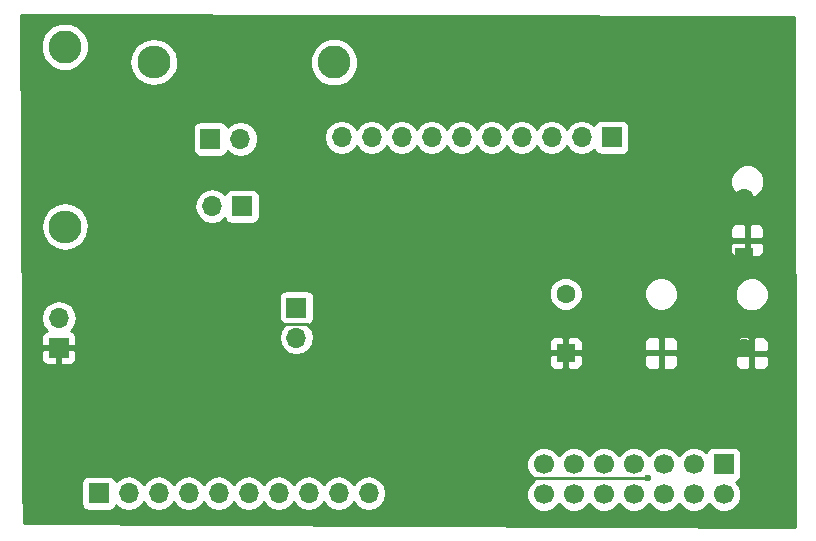
<source format=gbr>
G04 #@! TF.FileFunction,Copper,L2,Bot,Signal*
%FSLAX46Y46*%
G04 Gerber Fmt 4.6, Leading zero omitted, Abs format (unit mm)*
G04 Created by KiCad (PCBNEW 4.0.6) date 01/04/18 12:36:32*
%MOMM*%
%LPD*%
G01*
G04 APERTURE LIST*
%ADD10C,0.100000*%
%ADD11R,1.700000X1.700000*%
%ADD12C,1.700000*%
%ADD13R,1.600000X1.600000*%
%ADD14C,1.600000*%
%ADD15O,1.700000X1.700000*%
%ADD16C,2.800000*%
%ADD17O,2.800000X2.800000*%
%ADD18C,0.600000*%
%ADD19C,0.250000*%
%ADD20C,0.254000*%
G04 APERTURE END LIST*
D10*
D11*
X155671520Y-140172440D03*
D12*
X155671520Y-142712440D03*
X153131520Y-140172440D03*
X153131520Y-142712440D03*
X150591520Y-140172440D03*
X150591520Y-142712440D03*
X148051520Y-140172440D03*
X148051520Y-142712440D03*
X145511520Y-140172440D03*
X145511520Y-142712440D03*
X142971520Y-140172440D03*
X142971520Y-142712440D03*
X140431520Y-140172440D03*
X140431520Y-142712440D03*
D13*
X156860240Y-110354120D03*
D14*
X156860240Y-105354120D03*
D13*
X157363160Y-122637560D03*
D14*
X157363160Y-117637560D03*
D13*
X157363160Y-135302000D03*
D14*
X157363160Y-130302000D03*
D13*
X142290800Y-130730000D03*
D14*
X142290800Y-125730000D03*
D11*
X99380040Y-130302000D03*
D15*
X99380040Y-127762000D03*
D11*
X102758240Y-142610840D03*
D15*
X105298240Y-142610840D03*
X107838240Y-142610840D03*
X110378240Y-142610840D03*
X112918240Y-142610840D03*
X115458240Y-142610840D03*
X117998240Y-142610840D03*
X120538240Y-142610840D03*
X123078240Y-142610840D03*
X125618240Y-142610840D03*
D11*
X146177000Y-112481360D03*
D15*
X143637000Y-112481360D03*
X141097000Y-112481360D03*
X138557000Y-112481360D03*
X136017000Y-112481360D03*
X133477000Y-112481360D03*
X130937000Y-112481360D03*
X128397000Y-112481360D03*
X125857000Y-112481360D03*
X123317000Y-112481360D03*
D11*
X112212120Y-112613440D03*
D15*
X114752120Y-112613440D03*
D11*
X119496840Y-126898400D03*
D15*
X119496840Y-129438400D03*
D11*
X114884200Y-118308120D03*
D15*
X112344200Y-118308120D03*
D16*
X122676920Y-106121200D03*
D17*
X107436920Y-106121200D03*
D16*
X99888040Y-104790240D03*
D17*
X99888040Y-120030240D03*
D18*
X121798080Y-132339080D03*
X110398560Y-130393440D03*
X133629400Y-130291840D03*
X123647200Y-130489960D03*
X152303480Y-126182120D03*
X152384760Y-135884920D03*
X114884200Y-115285520D03*
X125074680Y-110093760D03*
X132948680Y-135448040D03*
X112450898Y-135544578D03*
X149270720Y-141356080D03*
X133964680Y-140578840D03*
X118538021Y-134621301D03*
X135681720Y-134921300D03*
X125318520Y-132913120D03*
X124714000Y-123383040D03*
X131099560Y-126791720D03*
X121640600Y-126857760D03*
X134757160Y-119923560D03*
X121345960Y-116459000D03*
X113284000Y-121853960D03*
X108188760Y-121437400D03*
X151236680Y-120167400D03*
X135397240Y-126761240D03*
X141147800Y-119339360D03*
X122417840Y-128351280D03*
D19*
X115067080Y-130393440D02*
X117012720Y-132339080D01*
X117012720Y-132339080D02*
X121798080Y-132339080D01*
X110398560Y-130393440D02*
X115067080Y-130393440D01*
X123647200Y-130489960D02*
X133431280Y-130489960D01*
X133431280Y-130489960D02*
X133629400Y-130291840D01*
X152384760Y-135884920D02*
X152384760Y-126263400D01*
X152384760Y-126263400D02*
X152303480Y-126182120D01*
X118364000Y-110093760D02*
X118364000Y-111805720D01*
X118364000Y-111805720D02*
X115927121Y-114242599D01*
X115927121Y-114242599D02*
X114884200Y-115285520D01*
X125074680Y-110093760D02*
X118364000Y-110093760D01*
X112450898Y-135544578D02*
X132852142Y-135544578D01*
X132852142Y-135544578D02*
X132948680Y-135448040D01*
X138816359Y-140878839D02*
X139284961Y-141347441D01*
X139284961Y-141347441D02*
X149262081Y-141347441D01*
X149262081Y-141347441D02*
X149270720Y-141356080D01*
X133964680Y-140578840D02*
X134264679Y-140878839D01*
X134264679Y-140878839D02*
X138816359Y-140878839D01*
X135681720Y-134921300D02*
X135381721Y-134621301D01*
X135381721Y-134621301D02*
X118538021Y-134621301D01*
X120374159Y-128263399D02*
X125023880Y-132913120D01*
X125023880Y-132913120D02*
X125318520Y-132913120D01*
X116773960Y-126634240D02*
X118403119Y-128263399D01*
X118403119Y-128263399D02*
X120374159Y-128263399D01*
X116773960Y-124668280D02*
X116773960Y-126634240D01*
X118059200Y-123383040D02*
X116773960Y-124668280D01*
X124714000Y-123383040D02*
X118059200Y-123383040D01*
X121640600Y-126857760D02*
X131033520Y-126857760D01*
X131033520Y-126857760D02*
X131099560Y-126791720D01*
X121345960Y-116459000D02*
X124810520Y-119923560D01*
X124810520Y-119923560D02*
X134757160Y-119923560D01*
X108645960Y-121894600D02*
X113243360Y-121894600D01*
X113243360Y-121894600D02*
X113284000Y-121853960D01*
X108188760Y-121437400D02*
X108645960Y-121894600D01*
X149468840Y-122011440D02*
X151236680Y-120243600D01*
X151236680Y-120243600D02*
X151236680Y-120167400D01*
X140147040Y-122011440D02*
X149468840Y-122011440D01*
X135397240Y-126761240D02*
X140147040Y-122011440D01*
X132201920Y-128351280D02*
X141147800Y-119405400D01*
X141147800Y-119405400D02*
X141147800Y-119339360D01*
X122417840Y-128351280D02*
X132201920Y-128351280D01*
D20*
G36*
X161650976Y-102249918D02*
X161751981Y-145434707D01*
X96407451Y-145121207D01*
X96389322Y-141760840D01*
X101260800Y-141760840D01*
X101260800Y-143460840D01*
X101305078Y-143696157D01*
X101444150Y-143912281D01*
X101656350Y-144057271D01*
X101908240Y-144108280D01*
X103608240Y-144108280D01*
X103843557Y-144064002D01*
X104059681Y-143924930D01*
X104204671Y-143712730D01*
X104218326Y-143645299D01*
X104248186Y-143689987D01*
X104729955Y-144011894D01*
X105298240Y-144124933D01*
X105866525Y-144011894D01*
X106348294Y-143689987D01*
X106568240Y-143360814D01*
X106788186Y-143689987D01*
X107269955Y-144011894D01*
X107838240Y-144124933D01*
X108406525Y-144011894D01*
X108888294Y-143689987D01*
X109108240Y-143360814D01*
X109328186Y-143689987D01*
X109809955Y-144011894D01*
X110378240Y-144124933D01*
X110946525Y-144011894D01*
X111428294Y-143689987D01*
X111648240Y-143360814D01*
X111868186Y-143689987D01*
X112349955Y-144011894D01*
X112918240Y-144124933D01*
X113486525Y-144011894D01*
X113968294Y-143689987D01*
X114188240Y-143360814D01*
X114408186Y-143689987D01*
X114889955Y-144011894D01*
X115458240Y-144124933D01*
X116026525Y-144011894D01*
X116508294Y-143689987D01*
X116728240Y-143360814D01*
X116948186Y-143689987D01*
X117429955Y-144011894D01*
X117998240Y-144124933D01*
X118566525Y-144011894D01*
X119048294Y-143689987D01*
X119268240Y-143360814D01*
X119488186Y-143689987D01*
X119969955Y-144011894D01*
X120538240Y-144124933D01*
X121106525Y-144011894D01*
X121588294Y-143689987D01*
X121808240Y-143360814D01*
X122028186Y-143689987D01*
X122509955Y-144011894D01*
X123078240Y-144124933D01*
X123646525Y-144011894D01*
X124128294Y-143689987D01*
X124348240Y-143360814D01*
X124568186Y-143689987D01*
X125049955Y-144011894D01*
X125618240Y-144124933D01*
X126186525Y-144011894D01*
X126668294Y-143689987D01*
X126990201Y-143208218D01*
X127103240Y-142639933D01*
X127103240Y-142581747D01*
X126990201Y-142013462D01*
X126668294Y-141531693D01*
X126186525Y-141209786D01*
X125618240Y-141096747D01*
X125049955Y-141209786D01*
X124568186Y-141531693D01*
X124348240Y-141860866D01*
X124128294Y-141531693D01*
X123646525Y-141209786D01*
X123078240Y-141096747D01*
X122509955Y-141209786D01*
X122028186Y-141531693D01*
X121808240Y-141860866D01*
X121588294Y-141531693D01*
X121106525Y-141209786D01*
X120538240Y-141096747D01*
X119969955Y-141209786D01*
X119488186Y-141531693D01*
X119268240Y-141860866D01*
X119048294Y-141531693D01*
X118566525Y-141209786D01*
X117998240Y-141096747D01*
X117429955Y-141209786D01*
X116948186Y-141531693D01*
X116728240Y-141860866D01*
X116508294Y-141531693D01*
X116026525Y-141209786D01*
X115458240Y-141096747D01*
X114889955Y-141209786D01*
X114408186Y-141531693D01*
X114188240Y-141860866D01*
X113968294Y-141531693D01*
X113486525Y-141209786D01*
X112918240Y-141096747D01*
X112349955Y-141209786D01*
X111868186Y-141531693D01*
X111648240Y-141860866D01*
X111428294Y-141531693D01*
X110946525Y-141209786D01*
X110378240Y-141096747D01*
X109809955Y-141209786D01*
X109328186Y-141531693D01*
X109108240Y-141860866D01*
X108888294Y-141531693D01*
X108406525Y-141209786D01*
X107838240Y-141096747D01*
X107269955Y-141209786D01*
X106788186Y-141531693D01*
X106568240Y-141860866D01*
X106348294Y-141531693D01*
X105866525Y-141209786D01*
X105298240Y-141096747D01*
X104729955Y-141209786D01*
X104248186Y-141531693D01*
X104220390Y-141573292D01*
X104211402Y-141525523D01*
X104072330Y-141309399D01*
X103860130Y-141164409D01*
X103608240Y-141113400D01*
X101908240Y-141113400D01*
X101672923Y-141157678D01*
X101456799Y-141296750D01*
X101311809Y-141508950D01*
X101260800Y-141760840D01*
X96389322Y-141760840D01*
X96382339Y-140466529D01*
X138946263Y-140466529D01*
X139171864Y-141012526D01*
X139589237Y-141430628D01*
X139617077Y-141442188D01*
X139591434Y-141452784D01*
X139173332Y-141870157D01*
X138946778Y-142415759D01*
X138946263Y-143006529D01*
X139171864Y-143552526D01*
X139589237Y-143970628D01*
X140134839Y-144197182D01*
X140725609Y-144197697D01*
X141271606Y-143972096D01*
X141689708Y-143554723D01*
X141701268Y-143526883D01*
X141711864Y-143552526D01*
X142129237Y-143970628D01*
X142674839Y-144197182D01*
X143265609Y-144197697D01*
X143811606Y-143972096D01*
X144229708Y-143554723D01*
X144241268Y-143526883D01*
X144251864Y-143552526D01*
X144669237Y-143970628D01*
X145214839Y-144197182D01*
X145805609Y-144197697D01*
X146351606Y-143972096D01*
X146769708Y-143554723D01*
X146781268Y-143526883D01*
X146791864Y-143552526D01*
X147209237Y-143970628D01*
X147754839Y-144197182D01*
X148345609Y-144197697D01*
X148891606Y-143972096D01*
X149309708Y-143554723D01*
X149321268Y-143526883D01*
X149331864Y-143552526D01*
X149749237Y-143970628D01*
X150294839Y-144197182D01*
X150885609Y-144197697D01*
X151431606Y-143972096D01*
X151849708Y-143554723D01*
X151861268Y-143526883D01*
X151871864Y-143552526D01*
X152289237Y-143970628D01*
X152834839Y-144197182D01*
X153425609Y-144197697D01*
X153971606Y-143972096D01*
X154389708Y-143554723D01*
X154401268Y-143526883D01*
X154411864Y-143552526D01*
X154829237Y-143970628D01*
X155374839Y-144197182D01*
X155965609Y-144197697D01*
X156511606Y-143972096D01*
X156929708Y-143554723D01*
X157156262Y-143009121D01*
X157156777Y-142418351D01*
X156931176Y-141872354D01*
X156696237Y-141637005D01*
X156756837Y-141625602D01*
X156972961Y-141486530D01*
X157117951Y-141274330D01*
X157168960Y-141022440D01*
X157168960Y-139322440D01*
X157124682Y-139087123D01*
X156985610Y-138870999D01*
X156773410Y-138726009D01*
X156521520Y-138675000D01*
X154821520Y-138675000D01*
X154586203Y-138719278D01*
X154370079Y-138858350D01*
X154225089Y-139070550D01*
X154209024Y-139149883D01*
X153973803Y-138914252D01*
X153428201Y-138687698D01*
X152837431Y-138687183D01*
X152291434Y-138912784D01*
X151873332Y-139330157D01*
X151861772Y-139357997D01*
X151851176Y-139332354D01*
X151433803Y-138914252D01*
X150888201Y-138687698D01*
X150297431Y-138687183D01*
X149751434Y-138912784D01*
X149333332Y-139330157D01*
X149321772Y-139357997D01*
X149311176Y-139332354D01*
X148893803Y-138914252D01*
X148348201Y-138687698D01*
X147757431Y-138687183D01*
X147211434Y-138912784D01*
X146793332Y-139330157D01*
X146781772Y-139357997D01*
X146771176Y-139332354D01*
X146353803Y-138914252D01*
X145808201Y-138687698D01*
X145217431Y-138687183D01*
X144671434Y-138912784D01*
X144253332Y-139330157D01*
X144241772Y-139357997D01*
X144231176Y-139332354D01*
X143813803Y-138914252D01*
X143268201Y-138687698D01*
X142677431Y-138687183D01*
X142131434Y-138912784D01*
X141713332Y-139330157D01*
X141701772Y-139357997D01*
X141691176Y-139332354D01*
X141273803Y-138914252D01*
X140728201Y-138687698D01*
X140137431Y-138687183D01*
X139591434Y-138912784D01*
X139173332Y-139330157D01*
X138946778Y-139875759D01*
X138946263Y-140466529D01*
X96382339Y-140466529D01*
X96329041Y-130587750D01*
X97895040Y-130587750D01*
X97895040Y-131278310D01*
X97991713Y-131511699D01*
X98170342Y-131690327D01*
X98403731Y-131787000D01*
X99094290Y-131787000D01*
X99253040Y-131628250D01*
X99253040Y-130429000D01*
X99507040Y-130429000D01*
X99507040Y-131628250D01*
X99665790Y-131787000D01*
X100356349Y-131787000D01*
X100589738Y-131690327D01*
X100768367Y-131511699D01*
X100865040Y-131278310D01*
X100865040Y-131015750D01*
X140855800Y-131015750D01*
X140855800Y-131656309D01*
X140952473Y-131889698D01*
X141131101Y-132068327D01*
X141364490Y-132165000D01*
X142005050Y-132165000D01*
X142163800Y-132006250D01*
X142163800Y-130857000D01*
X142417800Y-130857000D01*
X142417800Y-132006250D01*
X142576550Y-132165000D01*
X143217110Y-132165000D01*
X143450499Y-132068327D01*
X143629127Y-131889698D01*
X143725800Y-131656309D01*
X143725800Y-131015750D01*
X148938080Y-131015750D01*
X148938080Y-131656309D01*
X149034753Y-131889698D01*
X149213381Y-132068327D01*
X149446770Y-132165000D01*
X150087330Y-132165000D01*
X150246080Y-132006250D01*
X150246080Y-130857000D01*
X150500080Y-130857000D01*
X150500080Y-132006250D01*
X150658830Y-132165000D01*
X151299390Y-132165000D01*
X151532779Y-132068327D01*
X151711407Y-131889698D01*
X151808080Y-131656309D01*
X151808080Y-131050030D01*
X156624120Y-131050030D01*
X156624120Y-131690589D01*
X156720793Y-131923978D01*
X156899421Y-132102607D01*
X157132810Y-132199280D01*
X157773370Y-132199280D01*
X157932120Y-132040530D01*
X157932120Y-130891280D01*
X158186120Y-130891280D01*
X158186120Y-132040530D01*
X158344870Y-132199280D01*
X158985430Y-132199280D01*
X159218819Y-132102607D01*
X159397447Y-131923978D01*
X159494120Y-131690589D01*
X159494120Y-131050030D01*
X159335370Y-130891280D01*
X158186120Y-130891280D01*
X157932120Y-130891280D01*
X156782870Y-130891280D01*
X156624120Y-131050030D01*
X151808080Y-131050030D01*
X151808080Y-131015750D01*
X151649330Y-130857000D01*
X150500080Y-130857000D01*
X150246080Y-130857000D01*
X149096830Y-130857000D01*
X148938080Y-131015750D01*
X143725800Y-131015750D01*
X143567050Y-130857000D01*
X142417800Y-130857000D01*
X142163800Y-130857000D01*
X141014550Y-130857000D01*
X140855800Y-131015750D01*
X100865040Y-131015750D01*
X100865040Y-130587750D01*
X100706290Y-130429000D01*
X99507040Y-130429000D01*
X99253040Y-130429000D01*
X98053790Y-130429000D01*
X97895040Y-130587750D01*
X96329041Y-130587750D01*
X96313795Y-127762000D01*
X97865947Y-127762000D01*
X97978986Y-128330285D01*
X98300893Y-128812054D01*
X98344817Y-128841403D01*
X98170342Y-128913673D01*
X97991713Y-129092301D01*
X97895040Y-129325690D01*
X97895040Y-130016250D01*
X98053790Y-130175000D01*
X99253040Y-130175000D01*
X99253040Y-130155000D01*
X99507040Y-130155000D01*
X99507040Y-130175000D01*
X100706290Y-130175000D01*
X100865040Y-130016250D01*
X100865040Y-129438400D01*
X117982747Y-129438400D01*
X118095786Y-130006685D01*
X118417693Y-130488454D01*
X118899462Y-130810361D01*
X119467747Y-130923400D01*
X119525933Y-130923400D01*
X120094218Y-130810361D01*
X120575987Y-130488454D01*
X120897894Y-130006685D01*
X120938272Y-129803691D01*
X140855800Y-129803691D01*
X140855800Y-130444250D01*
X141014550Y-130603000D01*
X142163800Y-130603000D01*
X142163800Y-129453750D01*
X142417800Y-129453750D01*
X142417800Y-130603000D01*
X143567050Y-130603000D01*
X143725800Y-130444250D01*
X143725800Y-129803691D01*
X148938080Y-129803691D01*
X148938080Y-130444250D01*
X149096830Y-130603000D01*
X150246080Y-130603000D01*
X150246080Y-129453750D01*
X150500080Y-129453750D01*
X150500080Y-130603000D01*
X151649330Y-130603000D01*
X151808080Y-130444250D01*
X151808080Y-129837971D01*
X156624120Y-129837971D01*
X156624120Y-130478530D01*
X156782870Y-130637280D01*
X157932120Y-130637280D01*
X157932120Y-129488030D01*
X158186120Y-129488030D01*
X158186120Y-130637280D01*
X159335370Y-130637280D01*
X159494120Y-130478530D01*
X159494120Y-129837971D01*
X159397447Y-129604582D01*
X159218819Y-129425953D01*
X158985430Y-129329280D01*
X158344870Y-129329280D01*
X158186120Y-129488030D01*
X157932120Y-129488030D01*
X157773370Y-129329280D01*
X157132810Y-129329280D01*
X156899421Y-129425953D01*
X156720793Y-129604582D01*
X156624120Y-129837971D01*
X151808080Y-129837971D01*
X151808080Y-129803691D01*
X151711407Y-129570302D01*
X151532779Y-129391673D01*
X151299390Y-129295000D01*
X150658830Y-129295000D01*
X150500080Y-129453750D01*
X150246080Y-129453750D01*
X150087330Y-129295000D01*
X149446770Y-129295000D01*
X149213381Y-129391673D01*
X149034753Y-129570302D01*
X148938080Y-129803691D01*
X143725800Y-129803691D01*
X143629127Y-129570302D01*
X143450499Y-129391673D01*
X143217110Y-129295000D01*
X142576550Y-129295000D01*
X142417800Y-129453750D01*
X142163800Y-129453750D01*
X142005050Y-129295000D01*
X141364490Y-129295000D01*
X141131101Y-129391673D01*
X140952473Y-129570302D01*
X140855800Y-129803691D01*
X120938272Y-129803691D01*
X121010933Y-129438400D01*
X120897894Y-128870115D01*
X120575987Y-128388346D01*
X120534388Y-128360550D01*
X120582157Y-128351562D01*
X120798281Y-128212490D01*
X120943271Y-128000290D01*
X120994280Y-127748400D01*
X120994280Y-126048400D01*
X120987843Y-126014187D01*
X140855552Y-126014187D01*
X141073557Y-126541800D01*
X141476877Y-126945824D01*
X142004109Y-127164750D01*
X142574987Y-127165248D01*
X143102600Y-126947243D01*
X143506624Y-126543923D01*
X143725550Y-126016691D01*
X143725552Y-126014187D01*
X148937832Y-126014187D01*
X149155837Y-126541800D01*
X149559157Y-126945824D01*
X150086389Y-127164750D01*
X150657267Y-127165248D01*
X151184880Y-126947243D01*
X151588904Y-126543923D01*
X151794635Y-126048467D01*
X156623872Y-126048467D01*
X156841877Y-126576080D01*
X157245197Y-126980104D01*
X157772429Y-127199030D01*
X158343307Y-127199528D01*
X158870920Y-126981523D01*
X159274944Y-126578203D01*
X159493870Y-126050971D01*
X159494368Y-125480093D01*
X159276363Y-124952480D01*
X158873043Y-124548456D01*
X158345811Y-124329530D01*
X157774933Y-124329032D01*
X157247320Y-124547037D01*
X156843296Y-124950357D01*
X156624370Y-125477589D01*
X156623872Y-126048467D01*
X151794635Y-126048467D01*
X151807830Y-126016691D01*
X151808328Y-125445813D01*
X151590323Y-124918200D01*
X151187003Y-124514176D01*
X150659771Y-124295250D01*
X150088893Y-124294752D01*
X149561280Y-124512757D01*
X149157256Y-124916077D01*
X148938330Y-125443309D01*
X148937832Y-126014187D01*
X143725552Y-126014187D01*
X143726048Y-125445813D01*
X143508043Y-124918200D01*
X143104723Y-124514176D01*
X142577491Y-124295250D01*
X142006613Y-124294752D01*
X141479000Y-124512757D01*
X141074976Y-124916077D01*
X140856050Y-125443309D01*
X140855552Y-126014187D01*
X120987843Y-126014187D01*
X120950002Y-125813083D01*
X120810930Y-125596959D01*
X120598730Y-125451969D01*
X120346840Y-125400960D01*
X118646840Y-125400960D01*
X118411523Y-125445238D01*
X118195399Y-125584310D01*
X118050409Y-125796510D01*
X117999400Y-126048400D01*
X117999400Y-127748400D01*
X118043678Y-127983717D01*
X118182750Y-128199841D01*
X118394950Y-128344831D01*
X118462381Y-128358486D01*
X118417693Y-128388346D01*
X118095786Y-128870115D01*
X117982747Y-129438400D01*
X100865040Y-129438400D01*
X100865040Y-129325690D01*
X100768367Y-129092301D01*
X100589738Y-128913673D01*
X100415263Y-128841403D01*
X100459187Y-128812054D01*
X100781094Y-128330285D01*
X100894133Y-127762000D01*
X100781094Y-127193715D01*
X100459187Y-126711946D01*
X99977418Y-126390039D01*
X99409133Y-126277000D01*
X99350947Y-126277000D01*
X98782662Y-126390039D01*
X98300893Y-126711946D01*
X97978986Y-127193715D01*
X97865947Y-127762000D01*
X96313795Y-127762000D01*
X96271865Y-119990372D01*
X97853040Y-119990372D01*
X97853040Y-120070108D01*
X98007945Y-120848869D01*
X98449078Y-121509070D01*
X99109279Y-121950203D01*
X99888040Y-122105108D01*
X100666801Y-121950203D01*
X101327002Y-121509070D01*
X101349426Y-121475510D01*
X156227880Y-121475510D01*
X156227880Y-122116069D01*
X156324553Y-122349458D01*
X156503181Y-122528087D01*
X156736570Y-122624760D01*
X157377130Y-122624760D01*
X157535880Y-122466010D01*
X157535880Y-121316760D01*
X157789880Y-121316760D01*
X157789880Y-122466010D01*
X157948630Y-122624760D01*
X158589190Y-122624760D01*
X158822579Y-122528087D01*
X159001207Y-122349458D01*
X159097880Y-122116069D01*
X159097880Y-121475510D01*
X158939130Y-121316760D01*
X157789880Y-121316760D01*
X157535880Y-121316760D01*
X156386630Y-121316760D01*
X156227880Y-121475510D01*
X101349426Y-121475510D01*
X101768135Y-120848869D01*
X101884581Y-120263451D01*
X156227880Y-120263451D01*
X156227880Y-120904010D01*
X156386630Y-121062760D01*
X157535880Y-121062760D01*
X157535880Y-119913510D01*
X157789880Y-119913510D01*
X157789880Y-121062760D01*
X158939130Y-121062760D01*
X159097880Y-120904010D01*
X159097880Y-120263451D01*
X159001207Y-120030062D01*
X158822579Y-119851433D01*
X158589190Y-119754760D01*
X157948630Y-119754760D01*
X157789880Y-119913510D01*
X157535880Y-119913510D01*
X157377130Y-119754760D01*
X156736570Y-119754760D01*
X156503181Y-119851433D01*
X156324553Y-120030062D01*
X156227880Y-120263451D01*
X101884581Y-120263451D01*
X101923040Y-120070108D01*
X101923040Y-119990372D01*
X101768135Y-119211611D01*
X101327002Y-118551410D01*
X100919353Y-118279027D01*
X110859200Y-118279027D01*
X110859200Y-118337213D01*
X110972239Y-118905498D01*
X111294146Y-119387267D01*
X111775915Y-119709174D01*
X112344200Y-119822213D01*
X112912485Y-119709174D01*
X113394254Y-119387267D01*
X113422050Y-119345668D01*
X113431038Y-119393437D01*
X113570110Y-119609561D01*
X113782310Y-119754551D01*
X114034200Y-119805560D01*
X115734200Y-119805560D01*
X115969517Y-119761282D01*
X116185641Y-119622210D01*
X116330631Y-119410010D01*
X116381640Y-119158120D01*
X116381640Y-117458120D01*
X116337362Y-117222803D01*
X116198290Y-117006679D01*
X115986090Y-116861689D01*
X115734200Y-116810680D01*
X114034200Y-116810680D01*
X113798883Y-116854958D01*
X113582759Y-116994030D01*
X113437769Y-117206230D01*
X113424114Y-117273661D01*
X113394254Y-117228973D01*
X112912485Y-116907066D01*
X112344200Y-116794027D01*
X111775915Y-116907066D01*
X111294146Y-117228973D01*
X110972239Y-117710742D01*
X110859200Y-118279027D01*
X100919353Y-118279027D01*
X100666801Y-118110277D01*
X99888040Y-117955372D01*
X99109279Y-118110277D01*
X98449078Y-118551410D01*
X98007945Y-119211611D01*
X97853040Y-119990372D01*
X96271865Y-119990372D01*
X96252894Y-116473947D01*
X156227632Y-116473947D01*
X156445637Y-117001560D01*
X156848957Y-117405584D01*
X157376189Y-117624510D01*
X157947067Y-117625008D01*
X158474680Y-117407003D01*
X158878704Y-117003683D01*
X159097630Y-116476451D01*
X159098128Y-115905573D01*
X158880123Y-115377960D01*
X158476803Y-114973936D01*
X157949571Y-114755010D01*
X157378693Y-114754512D01*
X156851080Y-114972517D01*
X156447056Y-115375837D01*
X156228130Y-115903069D01*
X156227632Y-116473947D01*
X96252894Y-116473947D01*
X96227479Y-111763440D01*
X110714680Y-111763440D01*
X110714680Y-113463440D01*
X110758958Y-113698757D01*
X110898030Y-113914881D01*
X111110230Y-114059871D01*
X111362120Y-114110880D01*
X113062120Y-114110880D01*
X113297437Y-114066602D01*
X113513561Y-113927530D01*
X113658551Y-113715330D01*
X113672206Y-113647899D01*
X113702066Y-113692587D01*
X114183835Y-114014494D01*
X114752120Y-114127533D01*
X115320405Y-114014494D01*
X115802174Y-113692587D01*
X116124081Y-113210818D01*
X116237120Y-112642533D01*
X116237120Y-112584347D01*
X116210848Y-112452267D01*
X121832000Y-112452267D01*
X121832000Y-112510453D01*
X121945039Y-113078738D01*
X122266946Y-113560507D01*
X122748715Y-113882414D01*
X123317000Y-113995453D01*
X123885285Y-113882414D01*
X124367054Y-113560507D01*
X124587000Y-113231334D01*
X124806946Y-113560507D01*
X125288715Y-113882414D01*
X125857000Y-113995453D01*
X126425285Y-113882414D01*
X126907054Y-113560507D01*
X127127000Y-113231334D01*
X127346946Y-113560507D01*
X127828715Y-113882414D01*
X128397000Y-113995453D01*
X128965285Y-113882414D01*
X129447054Y-113560507D01*
X129667000Y-113231334D01*
X129886946Y-113560507D01*
X130368715Y-113882414D01*
X130937000Y-113995453D01*
X131505285Y-113882414D01*
X131987054Y-113560507D01*
X132207000Y-113231334D01*
X132426946Y-113560507D01*
X132908715Y-113882414D01*
X133477000Y-113995453D01*
X134045285Y-113882414D01*
X134527054Y-113560507D01*
X134747000Y-113231334D01*
X134966946Y-113560507D01*
X135448715Y-113882414D01*
X136017000Y-113995453D01*
X136585285Y-113882414D01*
X137067054Y-113560507D01*
X137287000Y-113231334D01*
X137506946Y-113560507D01*
X137988715Y-113882414D01*
X138557000Y-113995453D01*
X139125285Y-113882414D01*
X139607054Y-113560507D01*
X139827000Y-113231334D01*
X140046946Y-113560507D01*
X140528715Y-113882414D01*
X141097000Y-113995453D01*
X141665285Y-113882414D01*
X142147054Y-113560507D01*
X142367000Y-113231334D01*
X142586946Y-113560507D01*
X143068715Y-113882414D01*
X143637000Y-113995453D01*
X144205285Y-113882414D01*
X144687054Y-113560507D01*
X144714850Y-113518908D01*
X144723838Y-113566677D01*
X144862910Y-113782801D01*
X145075110Y-113927791D01*
X145327000Y-113978800D01*
X147027000Y-113978800D01*
X147262317Y-113934522D01*
X147478441Y-113795450D01*
X147623431Y-113583250D01*
X147674440Y-113331360D01*
X147674440Y-111631360D01*
X147630162Y-111396043D01*
X147491090Y-111179919D01*
X147278890Y-111034929D01*
X147027000Y-110983920D01*
X145327000Y-110983920D01*
X145091683Y-111028198D01*
X144875559Y-111167270D01*
X144730569Y-111379470D01*
X144716914Y-111446901D01*
X144687054Y-111402213D01*
X144205285Y-111080306D01*
X143637000Y-110967267D01*
X143068715Y-111080306D01*
X142586946Y-111402213D01*
X142367000Y-111731386D01*
X142147054Y-111402213D01*
X141665285Y-111080306D01*
X141097000Y-110967267D01*
X140528715Y-111080306D01*
X140046946Y-111402213D01*
X139827000Y-111731386D01*
X139607054Y-111402213D01*
X139125285Y-111080306D01*
X138557000Y-110967267D01*
X137988715Y-111080306D01*
X137506946Y-111402213D01*
X137287000Y-111731386D01*
X137067054Y-111402213D01*
X136585285Y-111080306D01*
X136017000Y-110967267D01*
X135448715Y-111080306D01*
X134966946Y-111402213D01*
X134747000Y-111731386D01*
X134527054Y-111402213D01*
X134045285Y-111080306D01*
X133477000Y-110967267D01*
X132908715Y-111080306D01*
X132426946Y-111402213D01*
X132207000Y-111731386D01*
X131987054Y-111402213D01*
X131505285Y-111080306D01*
X130937000Y-110967267D01*
X130368715Y-111080306D01*
X129886946Y-111402213D01*
X129667000Y-111731386D01*
X129447054Y-111402213D01*
X128965285Y-111080306D01*
X128397000Y-110967267D01*
X127828715Y-111080306D01*
X127346946Y-111402213D01*
X127127000Y-111731386D01*
X126907054Y-111402213D01*
X126425285Y-111080306D01*
X125857000Y-110967267D01*
X125288715Y-111080306D01*
X124806946Y-111402213D01*
X124587000Y-111731386D01*
X124367054Y-111402213D01*
X123885285Y-111080306D01*
X123317000Y-110967267D01*
X122748715Y-111080306D01*
X122266946Y-111402213D01*
X121945039Y-111883982D01*
X121832000Y-112452267D01*
X116210848Y-112452267D01*
X116124081Y-112016062D01*
X115802174Y-111534293D01*
X115320405Y-111212386D01*
X114752120Y-111099347D01*
X114183835Y-111212386D01*
X113702066Y-111534293D01*
X113674270Y-111575892D01*
X113665282Y-111528123D01*
X113526210Y-111311999D01*
X113314010Y-111167009D01*
X113062120Y-111116000D01*
X111362120Y-111116000D01*
X111126803Y-111160278D01*
X110910679Y-111299350D01*
X110765689Y-111511550D01*
X110714680Y-111763440D01*
X96227479Y-111763440D01*
X96192030Y-105193251D01*
X97852688Y-105193251D01*
X98161845Y-105941469D01*
X98733800Y-106514423D01*
X99481478Y-106824886D01*
X100291051Y-106825592D01*
X101039269Y-106516435D01*
X101435194Y-106121200D01*
X105362052Y-106121200D01*
X105516957Y-106899961D01*
X105958090Y-107560162D01*
X106618291Y-108001295D01*
X107397052Y-108156200D01*
X107476788Y-108156200D01*
X108255549Y-108001295D01*
X108915750Y-107560162D01*
X109356883Y-106899961D01*
X109431624Y-106524211D01*
X120641568Y-106524211D01*
X120950725Y-107272429D01*
X121522680Y-107845383D01*
X122270358Y-108155846D01*
X123079931Y-108156552D01*
X123828149Y-107847395D01*
X124401103Y-107275440D01*
X124711566Y-106527762D01*
X124712272Y-105718189D01*
X124403115Y-104969971D01*
X123831160Y-104397017D01*
X123083482Y-104086554D01*
X122273909Y-104085848D01*
X121525691Y-104395005D01*
X120952737Y-104966960D01*
X120642274Y-105714638D01*
X120641568Y-106524211D01*
X109431624Y-106524211D01*
X109511788Y-106121200D01*
X109356883Y-105342439D01*
X108915750Y-104682238D01*
X108255549Y-104241105D01*
X107476788Y-104086200D01*
X107397052Y-104086200D01*
X106618291Y-104241105D01*
X105958090Y-104682238D01*
X105516957Y-105342439D01*
X105362052Y-106121200D01*
X101435194Y-106121200D01*
X101612223Y-105944480D01*
X101922686Y-105196802D01*
X101923392Y-104387229D01*
X101614235Y-103639011D01*
X101042280Y-103066057D01*
X100294602Y-102755594D01*
X99485029Y-102754888D01*
X98736811Y-103064045D01*
X98163857Y-103636000D01*
X97853394Y-104383678D01*
X97852688Y-105193251D01*
X96192030Y-105193251D01*
X96175249Y-102082926D01*
X161650976Y-102249918D01*
X161650976Y-102249918D01*
G37*
X161650976Y-102249918D02*
X161751981Y-145434707D01*
X96407451Y-145121207D01*
X96389322Y-141760840D01*
X101260800Y-141760840D01*
X101260800Y-143460840D01*
X101305078Y-143696157D01*
X101444150Y-143912281D01*
X101656350Y-144057271D01*
X101908240Y-144108280D01*
X103608240Y-144108280D01*
X103843557Y-144064002D01*
X104059681Y-143924930D01*
X104204671Y-143712730D01*
X104218326Y-143645299D01*
X104248186Y-143689987D01*
X104729955Y-144011894D01*
X105298240Y-144124933D01*
X105866525Y-144011894D01*
X106348294Y-143689987D01*
X106568240Y-143360814D01*
X106788186Y-143689987D01*
X107269955Y-144011894D01*
X107838240Y-144124933D01*
X108406525Y-144011894D01*
X108888294Y-143689987D01*
X109108240Y-143360814D01*
X109328186Y-143689987D01*
X109809955Y-144011894D01*
X110378240Y-144124933D01*
X110946525Y-144011894D01*
X111428294Y-143689987D01*
X111648240Y-143360814D01*
X111868186Y-143689987D01*
X112349955Y-144011894D01*
X112918240Y-144124933D01*
X113486525Y-144011894D01*
X113968294Y-143689987D01*
X114188240Y-143360814D01*
X114408186Y-143689987D01*
X114889955Y-144011894D01*
X115458240Y-144124933D01*
X116026525Y-144011894D01*
X116508294Y-143689987D01*
X116728240Y-143360814D01*
X116948186Y-143689987D01*
X117429955Y-144011894D01*
X117998240Y-144124933D01*
X118566525Y-144011894D01*
X119048294Y-143689987D01*
X119268240Y-143360814D01*
X119488186Y-143689987D01*
X119969955Y-144011894D01*
X120538240Y-144124933D01*
X121106525Y-144011894D01*
X121588294Y-143689987D01*
X121808240Y-143360814D01*
X122028186Y-143689987D01*
X122509955Y-144011894D01*
X123078240Y-144124933D01*
X123646525Y-144011894D01*
X124128294Y-143689987D01*
X124348240Y-143360814D01*
X124568186Y-143689987D01*
X125049955Y-144011894D01*
X125618240Y-144124933D01*
X126186525Y-144011894D01*
X126668294Y-143689987D01*
X126990201Y-143208218D01*
X127103240Y-142639933D01*
X127103240Y-142581747D01*
X126990201Y-142013462D01*
X126668294Y-141531693D01*
X126186525Y-141209786D01*
X125618240Y-141096747D01*
X125049955Y-141209786D01*
X124568186Y-141531693D01*
X124348240Y-141860866D01*
X124128294Y-141531693D01*
X123646525Y-141209786D01*
X123078240Y-141096747D01*
X122509955Y-141209786D01*
X122028186Y-141531693D01*
X121808240Y-141860866D01*
X121588294Y-141531693D01*
X121106525Y-141209786D01*
X120538240Y-141096747D01*
X119969955Y-141209786D01*
X119488186Y-141531693D01*
X119268240Y-141860866D01*
X119048294Y-141531693D01*
X118566525Y-141209786D01*
X117998240Y-141096747D01*
X117429955Y-141209786D01*
X116948186Y-141531693D01*
X116728240Y-141860866D01*
X116508294Y-141531693D01*
X116026525Y-141209786D01*
X115458240Y-141096747D01*
X114889955Y-141209786D01*
X114408186Y-141531693D01*
X114188240Y-141860866D01*
X113968294Y-141531693D01*
X113486525Y-141209786D01*
X112918240Y-141096747D01*
X112349955Y-141209786D01*
X111868186Y-141531693D01*
X111648240Y-141860866D01*
X111428294Y-141531693D01*
X110946525Y-141209786D01*
X110378240Y-141096747D01*
X109809955Y-141209786D01*
X109328186Y-141531693D01*
X109108240Y-141860866D01*
X108888294Y-141531693D01*
X108406525Y-141209786D01*
X107838240Y-141096747D01*
X107269955Y-141209786D01*
X106788186Y-141531693D01*
X106568240Y-141860866D01*
X106348294Y-141531693D01*
X105866525Y-141209786D01*
X105298240Y-141096747D01*
X104729955Y-141209786D01*
X104248186Y-141531693D01*
X104220390Y-141573292D01*
X104211402Y-141525523D01*
X104072330Y-141309399D01*
X103860130Y-141164409D01*
X103608240Y-141113400D01*
X101908240Y-141113400D01*
X101672923Y-141157678D01*
X101456799Y-141296750D01*
X101311809Y-141508950D01*
X101260800Y-141760840D01*
X96389322Y-141760840D01*
X96382339Y-140466529D01*
X138946263Y-140466529D01*
X139171864Y-141012526D01*
X139589237Y-141430628D01*
X139617077Y-141442188D01*
X139591434Y-141452784D01*
X139173332Y-141870157D01*
X138946778Y-142415759D01*
X138946263Y-143006529D01*
X139171864Y-143552526D01*
X139589237Y-143970628D01*
X140134839Y-144197182D01*
X140725609Y-144197697D01*
X141271606Y-143972096D01*
X141689708Y-143554723D01*
X141701268Y-143526883D01*
X141711864Y-143552526D01*
X142129237Y-143970628D01*
X142674839Y-144197182D01*
X143265609Y-144197697D01*
X143811606Y-143972096D01*
X144229708Y-143554723D01*
X144241268Y-143526883D01*
X144251864Y-143552526D01*
X144669237Y-143970628D01*
X145214839Y-144197182D01*
X145805609Y-144197697D01*
X146351606Y-143972096D01*
X146769708Y-143554723D01*
X146781268Y-143526883D01*
X146791864Y-143552526D01*
X147209237Y-143970628D01*
X147754839Y-144197182D01*
X148345609Y-144197697D01*
X148891606Y-143972096D01*
X149309708Y-143554723D01*
X149321268Y-143526883D01*
X149331864Y-143552526D01*
X149749237Y-143970628D01*
X150294839Y-144197182D01*
X150885609Y-144197697D01*
X151431606Y-143972096D01*
X151849708Y-143554723D01*
X151861268Y-143526883D01*
X151871864Y-143552526D01*
X152289237Y-143970628D01*
X152834839Y-144197182D01*
X153425609Y-144197697D01*
X153971606Y-143972096D01*
X154389708Y-143554723D01*
X154401268Y-143526883D01*
X154411864Y-143552526D01*
X154829237Y-143970628D01*
X155374839Y-144197182D01*
X155965609Y-144197697D01*
X156511606Y-143972096D01*
X156929708Y-143554723D01*
X157156262Y-143009121D01*
X157156777Y-142418351D01*
X156931176Y-141872354D01*
X156696237Y-141637005D01*
X156756837Y-141625602D01*
X156972961Y-141486530D01*
X157117951Y-141274330D01*
X157168960Y-141022440D01*
X157168960Y-139322440D01*
X157124682Y-139087123D01*
X156985610Y-138870999D01*
X156773410Y-138726009D01*
X156521520Y-138675000D01*
X154821520Y-138675000D01*
X154586203Y-138719278D01*
X154370079Y-138858350D01*
X154225089Y-139070550D01*
X154209024Y-139149883D01*
X153973803Y-138914252D01*
X153428201Y-138687698D01*
X152837431Y-138687183D01*
X152291434Y-138912784D01*
X151873332Y-139330157D01*
X151861772Y-139357997D01*
X151851176Y-139332354D01*
X151433803Y-138914252D01*
X150888201Y-138687698D01*
X150297431Y-138687183D01*
X149751434Y-138912784D01*
X149333332Y-139330157D01*
X149321772Y-139357997D01*
X149311176Y-139332354D01*
X148893803Y-138914252D01*
X148348201Y-138687698D01*
X147757431Y-138687183D01*
X147211434Y-138912784D01*
X146793332Y-139330157D01*
X146781772Y-139357997D01*
X146771176Y-139332354D01*
X146353803Y-138914252D01*
X145808201Y-138687698D01*
X145217431Y-138687183D01*
X144671434Y-138912784D01*
X144253332Y-139330157D01*
X144241772Y-139357997D01*
X144231176Y-139332354D01*
X143813803Y-138914252D01*
X143268201Y-138687698D01*
X142677431Y-138687183D01*
X142131434Y-138912784D01*
X141713332Y-139330157D01*
X141701772Y-139357997D01*
X141691176Y-139332354D01*
X141273803Y-138914252D01*
X140728201Y-138687698D01*
X140137431Y-138687183D01*
X139591434Y-138912784D01*
X139173332Y-139330157D01*
X138946778Y-139875759D01*
X138946263Y-140466529D01*
X96382339Y-140466529D01*
X96329041Y-130587750D01*
X97895040Y-130587750D01*
X97895040Y-131278310D01*
X97991713Y-131511699D01*
X98170342Y-131690327D01*
X98403731Y-131787000D01*
X99094290Y-131787000D01*
X99253040Y-131628250D01*
X99253040Y-130429000D01*
X99507040Y-130429000D01*
X99507040Y-131628250D01*
X99665790Y-131787000D01*
X100356349Y-131787000D01*
X100589738Y-131690327D01*
X100768367Y-131511699D01*
X100865040Y-131278310D01*
X100865040Y-131015750D01*
X140855800Y-131015750D01*
X140855800Y-131656309D01*
X140952473Y-131889698D01*
X141131101Y-132068327D01*
X141364490Y-132165000D01*
X142005050Y-132165000D01*
X142163800Y-132006250D01*
X142163800Y-130857000D01*
X142417800Y-130857000D01*
X142417800Y-132006250D01*
X142576550Y-132165000D01*
X143217110Y-132165000D01*
X143450499Y-132068327D01*
X143629127Y-131889698D01*
X143725800Y-131656309D01*
X143725800Y-131015750D01*
X148938080Y-131015750D01*
X148938080Y-131656309D01*
X149034753Y-131889698D01*
X149213381Y-132068327D01*
X149446770Y-132165000D01*
X150087330Y-132165000D01*
X150246080Y-132006250D01*
X150246080Y-130857000D01*
X150500080Y-130857000D01*
X150500080Y-132006250D01*
X150658830Y-132165000D01*
X151299390Y-132165000D01*
X151532779Y-132068327D01*
X151711407Y-131889698D01*
X151808080Y-131656309D01*
X151808080Y-131050030D01*
X156624120Y-131050030D01*
X156624120Y-131690589D01*
X156720793Y-131923978D01*
X156899421Y-132102607D01*
X157132810Y-132199280D01*
X157773370Y-132199280D01*
X157932120Y-132040530D01*
X157932120Y-130891280D01*
X158186120Y-130891280D01*
X158186120Y-132040530D01*
X158344870Y-132199280D01*
X158985430Y-132199280D01*
X159218819Y-132102607D01*
X159397447Y-131923978D01*
X159494120Y-131690589D01*
X159494120Y-131050030D01*
X159335370Y-130891280D01*
X158186120Y-130891280D01*
X157932120Y-130891280D01*
X156782870Y-130891280D01*
X156624120Y-131050030D01*
X151808080Y-131050030D01*
X151808080Y-131015750D01*
X151649330Y-130857000D01*
X150500080Y-130857000D01*
X150246080Y-130857000D01*
X149096830Y-130857000D01*
X148938080Y-131015750D01*
X143725800Y-131015750D01*
X143567050Y-130857000D01*
X142417800Y-130857000D01*
X142163800Y-130857000D01*
X141014550Y-130857000D01*
X140855800Y-131015750D01*
X100865040Y-131015750D01*
X100865040Y-130587750D01*
X100706290Y-130429000D01*
X99507040Y-130429000D01*
X99253040Y-130429000D01*
X98053790Y-130429000D01*
X97895040Y-130587750D01*
X96329041Y-130587750D01*
X96313795Y-127762000D01*
X97865947Y-127762000D01*
X97978986Y-128330285D01*
X98300893Y-128812054D01*
X98344817Y-128841403D01*
X98170342Y-128913673D01*
X97991713Y-129092301D01*
X97895040Y-129325690D01*
X97895040Y-130016250D01*
X98053790Y-130175000D01*
X99253040Y-130175000D01*
X99253040Y-130155000D01*
X99507040Y-130155000D01*
X99507040Y-130175000D01*
X100706290Y-130175000D01*
X100865040Y-130016250D01*
X100865040Y-129438400D01*
X117982747Y-129438400D01*
X118095786Y-130006685D01*
X118417693Y-130488454D01*
X118899462Y-130810361D01*
X119467747Y-130923400D01*
X119525933Y-130923400D01*
X120094218Y-130810361D01*
X120575987Y-130488454D01*
X120897894Y-130006685D01*
X120938272Y-129803691D01*
X140855800Y-129803691D01*
X140855800Y-130444250D01*
X141014550Y-130603000D01*
X142163800Y-130603000D01*
X142163800Y-129453750D01*
X142417800Y-129453750D01*
X142417800Y-130603000D01*
X143567050Y-130603000D01*
X143725800Y-130444250D01*
X143725800Y-129803691D01*
X148938080Y-129803691D01*
X148938080Y-130444250D01*
X149096830Y-130603000D01*
X150246080Y-130603000D01*
X150246080Y-129453750D01*
X150500080Y-129453750D01*
X150500080Y-130603000D01*
X151649330Y-130603000D01*
X151808080Y-130444250D01*
X151808080Y-129837971D01*
X156624120Y-129837971D01*
X156624120Y-130478530D01*
X156782870Y-130637280D01*
X157932120Y-130637280D01*
X157932120Y-129488030D01*
X158186120Y-129488030D01*
X158186120Y-130637280D01*
X159335370Y-130637280D01*
X159494120Y-130478530D01*
X159494120Y-129837971D01*
X159397447Y-129604582D01*
X159218819Y-129425953D01*
X158985430Y-129329280D01*
X158344870Y-129329280D01*
X158186120Y-129488030D01*
X157932120Y-129488030D01*
X157773370Y-129329280D01*
X157132810Y-129329280D01*
X156899421Y-129425953D01*
X156720793Y-129604582D01*
X156624120Y-129837971D01*
X151808080Y-129837971D01*
X151808080Y-129803691D01*
X151711407Y-129570302D01*
X151532779Y-129391673D01*
X151299390Y-129295000D01*
X150658830Y-129295000D01*
X150500080Y-129453750D01*
X150246080Y-129453750D01*
X150087330Y-129295000D01*
X149446770Y-129295000D01*
X149213381Y-129391673D01*
X149034753Y-129570302D01*
X148938080Y-129803691D01*
X143725800Y-129803691D01*
X143629127Y-129570302D01*
X143450499Y-129391673D01*
X143217110Y-129295000D01*
X142576550Y-129295000D01*
X142417800Y-129453750D01*
X142163800Y-129453750D01*
X142005050Y-129295000D01*
X141364490Y-129295000D01*
X141131101Y-129391673D01*
X140952473Y-129570302D01*
X140855800Y-129803691D01*
X120938272Y-129803691D01*
X121010933Y-129438400D01*
X120897894Y-128870115D01*
X120575987Y-128388346D01*
X120534388Y-128360550D01*
X120582157Y-128351562D01*
X120798281Y-128212490D01*
X120943271Y-128000290D01*
X120994280Y-127748400D01*
X120994280Y-126048400D01*
X120987843Y-126014187D01*
X140855552Y-126014187D01*
X141073557Y-126541800D01*
X141476877Y-126945824D01*
X142004109Y-127164750D01*
X142574987Y-127165248D01*
X143102600Y-126947243D01*
X143506624Y-126543923D01*
X143725550Y-126016691D01*
X143725552Y-126014187D01*
X148937832Y-126014187D01*
X149155837Y-126541800D01*
X149559157Y-126945824D01*
X150086389Y-127164750D01*
X150657267Y-127165248D01*
X151184880Y-126947243D01*
X151588904Y-126543923D01*
X151794635Y-126048467D01*
X156623872Y-126048467D01*
X156841877Y-126576080D01*
X157245197Y-126980104D01*
X157772429Y-127199030D01*
X158343307Y-127199528D01*
X158870920Y-126981523D01*
X159274944Y-126578203D01*
X159493870Y-126050971D01*
X159494368Y-125480093D01*
X159276363Y-124952480D01*
X158873043Y-124548456D01*
X158345811Y-124329530D01*
X157774933Y-124329032D01*
X157247320Y-124547037D01*
X156843296Y-124950357D01*
X156624370Y-125477589D01*
X156623872Y-126048467D01*
X151794635Y-126048467D01*
X151807830Y-126016691D01*
X151808328Y-125445813D01*
X151590323Y-124918200D01*
X151187003Y-124514176D01*
X150659771Y-124295250D01*
X150088893Y-124294752D01*
X149561280Y-124512757D01*
X149157256Y-124916077D01*
X148938330Y-125443309D01*
X148937832Y-126014187D01*
X143725552Y-126014187D01*
X143726048Y-125445813D01*
X143508043Y-124918200D01*
X143104723Y-124514176D01*
X142577491Y-124295250D01*
X142006613Y-124294752D01*
X141479000Y-124512757D01*
X141074976Y-124916077D01*
X140856050Y-125443309D01*
X140855552Y-126014187D01*
X120987843Y-126014187D01*
X120950002Y-125813083D01*
X120810930Y-125596959D01*
X120598730Y-125451969D01*
X120346840Y-125400960D01*
X118646840Y-125400960D01*
X118411523Y-125445238D01*
X118195399Y-125584310D01*
X118050409Y-125796510D01*
X117999400Y-126048400D01*
X117999400Y-127748400D01*
X118043678Y-127983717D01*
X118182750Y-128199841D01*
X118394950Y-128344831D01*
X118462381Y-128358486D01*
X118417693Y-128388346D01*
X118095786Y-128870115D01*
X117982747Y-129438400D01*
X100865040Y-129438400D01*
X100865040Y-129325690D01*
X100768367Y-129092301D01*
X100589738Y-128913673D01*
X100415263Y-128841403D01*
X100459187Y-128812054D01*
X100781094Y-128330285D01*
X100894133Y-127762000D01*
X100781094Y-127193715D01*
X100459187Y-126711946D01*
X99977418Y-126390039D01*
X99409133Y-126277000D01*
X99350947Y-126277000D01*
X98782662Y-126390039D01*
X98300893Y-126711946D01*
X97978986Y-127193715D01*
X97865947Y-127762000D01*
X96313795Y-127762000D01*
X96271865Y-119990372D01*
X97853040Y-119990372D01*
X97853040Y-120070108D01*
X98007945Y-120848869D01*
X98449078Y-121509070D01*
X99109279Y-121950203D01*
X99888040Y-122105108D01*
X100666801Y-121950203D01*
X101327002Y-121509070D01*
X101349426Y-121475510D01*
X156227880Y-121475510D01*
X156227880Y-122116069D01*
X156324553Y-122349458D01*
X156503181Y-122528087D01*
X156736570Y-122624760D01*
X157377130Y-122624760D01*
X157535880Y-122466010D01*
X157535880Y-121316760D01*
X157789880Y-121316760D01*
X157789880Y-122466010D01*
X157948630Y-122624760D01*
X158589190Y-122624760D01*
X158822579Y-122528087D01*
X159001207Y-122349458D01*
X159097880Y-122116069D01*
X159097880Y-121475510D01*
X158939130Y-121316760D01*
X157789880Y-121316760D01*
X157535880Y-121316760D01*
X156386630Y-121316760D01*
X156227880Y-121475510D01*
X101349426Y-121475510D01*
X101768135Y-120848869D01*
X101884581Y-120263451D01*
X156227880Y-120263451D01*
X156227880Y-120904010D01*
X156386630Y-121062760D01*
X157535880Y-121062760D01*
X157535880Y-119913510D01*
X157789880Y-119913510D01*
X157789880Y-121062760D01*
X158939130Y-121062760D01*
X159097880Y-120904010D01*
X159097880Y-120263451D01*
X159001207Y-120030062D01*
X158822579Y-119851433D01*
X158589190Y-119754760D01*
X157948630Y-119754760D01*
X157789880Y-119913510D01*
X157535880Y-119913510D01*
X157377130Y-119754760D01*
X156736570Y-119754760D01*
X156503181Y-119851433D01*
X156324553Y-120030062D01*
X156227880Y-120263451D01*
X101884581Y-120263451D01*
X101923040Y-120070108D01*
X101923040Y-119990372D01*
X101768135Y-119211611D01*
X101327002Y-118551410D01*
X100919353Y-118279027D01*
X110859200Y-118279027D01*
X110859200Y-118337213D01*
X110972239Y-118905498D01*
X111294146Y-119387267D01*
X111775915Y-119709174D01*
X112344200Y-119822213D01*
X112912485Y-119709174D01*
X113394254Y-119387267D01*
X113422050Y-119345668D01*
X113431038Y-119393437D01*
X113570110Y-119609561D01*
X113782310Y-119754551D01*
X114034200Y-119805560D01*
X115734200Y-119805560D01*
X115969517Y-119761282D01*
X116185641Y-119622210D01*
X116330631Y-119410010D01*
X116381640Y-119158120D01*
X116381640Y-117458120D01*
X116337362Y-117222803D01*
X116198290Y-117006679D01*
X115986090Y-116861689D01*
X115734200Y-116810680D01*
X114034200Y-116810680D01*
X113798883Y-116854958D01*
X113582759Y-116994030D01*
X113437769Y-117206230D01*
X113424114Y-117273661D01*
X113394254Y-117228973D01*
X112912485Y-116907066D01*
X112344200Y-116794027D01*
X111775915Y-116907066D01*
X111294146Y-117228973D01*
X110972239Y-117710742D01*
X110859200Y-118279027D01*
X100919353Y-118279027D01*
X100666801Y-118110277D01*
X99888040Y-117955372D01*
X99109279Y-118110277D01*
X98449078Y-118551410D01*
X98007945Y-119211611D01*
X97853040Y-119990372D01*
X96271865Y-119990372D01*
X96252894Y-116473947D01*
X156227632Y-116473947D01*
X156445637Y-117001560D01*
X156848957Y-117405584D01*
X157376189Y-117624510D01*
X157947067Y-117625008D01*
X158474680Y-117407003D01*
X158878704Y-117003683D01*
X159097630Y-116476451D01*
X159098128Y-115905573D01*
X158880123Y-115377960D01*
X158476803Y-114973936D01*
X157949571Y-114755010D01*
X157378693Y-114754512D01*
X156851080Y-114972517D01*
X156447056Y-115375837D01*
X156228130Y-115903069D01*
X156227632Y-116473947D01*
X96252894Y-116473947D01*
X96227479Y-111763440D01*
X110714680Y-111763440D01*
X110714680Y-113463440D01*
X110758958Y-113698757D01*
X110898030Y-113914881D01*
X111110230Y-114059871D01*
X111362120Y-114110880D01*
X113062120Y-114110880D01*
X113297437Y-114066602D01*
X113513561Y-113927530D01*
X113658551Y-113715330D01*
X113672206Y-113647899D01*
X113702066Y-113692587D01*
X114183835Y-114014494D01*
X114752120Y-114127533D01*
X115320405Y-114014494D01*
X115802174Y-113692587D01*
X116124081Y-113210818D01*
X116237120Y-112642533D01*
X116237120Y-112584347D01*
X116210848Y-112452267D01*
X121832000Y-112452267D01*
X121832000Y-112510453D01*
X121945039Y-113078738D01*
X122266946Y-113560507D01*
X122748715Y-113882414D01*
X123317000Y-113995453D01*
X123885285Y-113882414D01*
X124367054Y-113560507D01*
X124587000Y-113231334D01*
X124806946Y-113560507D01*
X125288715Y-113882414D01*
X125857000Y-113995453D01*
X126425285Y-113882414D01*
X126907054Y-113560507D01*
X127127000Y-113231334D01*
X127346946Y-113560507D01*
X127828715Y-113882414D01*
X128397000Y-113995453D01*
X128965285Y-113882414D01*
X129447054Y-113560507D01*
X129667000Y-113231334D01*
X129886946Y-113560507D01*
X130368715Y-113882414D01*
X130937000Y-113995453D01*
X131505285Y-113882414D01*
X131987054Y-113560507D01*
X132207000Y-113231334D01*
X132426946Y-113560507D01*
X132908715Y-113882414D01*
X133477000Y-113995453D01*
X134045285Y-113882414D01*
X134527054Y-113560507D01*
X134747000Y-113231334D01*
X134966946Y-113560507D01*
X135448715Y-113882414D01*
X136017000Y-113995453D01*
X136585285Y-113882414D01*
X137067054Y-113560507D01*
X137287000Y-113231334D01*
X137506946Y-113560507D01*
X137988715Y-113882414D01*
X138557000Y-113995453D01*
X139125285Y-113882414D01*
X139607054Y-113560507D01*
X139827000Y-113231334D01*
X140046946Y-113560507D01*
X140528715Y-113882414D01*
X141097000Y-113995453D01*
X141665285Y-113882414D01*
X142147054Y-113560507D01*
X142367000Y-113231334D01*
X142586946Y-113560507D01*
X143068715Y-113882414D01*
X143637000Y-113995453D01*
X144205285Y-113882414D01*
X144687054Y-113560507D01*
X144714850Y-113518908D01*
X144723838Y-113566677D01*
X144862910Y-113782801D01*
X145075110Y-113927791D01*
X145327000Y-113978800D01*
X147027000Y-113978800D01*
X147262317Y-113934522D01*
X147478441Y-113795450D01*
X147623431Y-113583250D01*
X147674440Y-113331360D01*
X147674440Y-111631360D01*
X147630162Y-111396043D01*
X147491090Y-111179919D01*
X147278890Y-111034929D01*
X147027000Y-110983920D01*
X145327000Y-110983920D01*
X145091683Y-111028198D01*
X144875559Y-111167270D01*
X144730569Y-111379470D01*
X144716914Y-111446901D01*
X144687054Y-111402213D01*
X144205285Y-111080306D01*
X143637000Y-110967267D01*
X143068715Y-111080306D01*
X142586946Y-111402213D01*
X142367000Y-111731386D01*
X142147054Y-111402213D01*
X141665285Y-111080306D01*
X141097000Y-110967267D01*
X140528715Y-111080306D01*
X140046946Y-111402213D01*
X139827000Y-111731386D01*
X139607054Y-111402213D01*
X139125285Y-111080306D01*
X138557000Y-110967267D01*
X137988715Y-111080306D01*
X137506946Y-111402213D01*
X137287000Y-111731386D01*
X137067054Y-111402213D01*
X136585285Y-111080306D01*
X136017000Y-110967267D01*
X135448715Y-111080306D01*
X134966946Y-111402213D01*
X134747000Y-111731386D01*
X134527054Y-111402213D01*
X134045285Y-111080306D01*
X133477000Y-110967267D01*
X132908715Y-111080306D01*
X132426946Y-111402213D01*
X132207000Y-111731386D01*
X131987054Y-111402213D01*
X131505285Y-111080306D01*
X130937000Y-110967267D01*
X130368715Y-111080306D01*
X129886946Y-111402213D01*
X129667000Y-111731386D01*
X129447054Y-111402213D01*
X128965285Y-111080306D01*
X128397000Y-110967267D01*
X127828715Y-111080306D01*
X127346946Y-111402213D01*
X127127000Y-111731386D01*
X126907054Y-111402213D01*
X126425285Y-111080306D01*
X125857000Y-110967267D01*
X125288715Y-111080306D01*
X124806946Y-111402213D01*
X124587000Y-111731386D01*
X124367054Y-111402213D01*
X123885285Y-111080306D01*
X123317000Y-110967267D01*
X122748715Y-111080306D01*
X122266946Y-111402213D01*
X121945039Y-111883982D01*
X121832000Y-112452267D01*
X116210848Y-112452267D01*
X116124081Y-112016062D01*
X115802174Y-111534293D01*
X115320405Y-111212386D01*
X114752120Y-111099347D01*
X114183835Y-111212386D01*
X113702066Y-111534293D01*
X113674270Y-111575892D01*
X113665282Y-111528123D01*
X113526210Y-111311999D01*
X113314010Y-111167009D01*
X113062120Y-111116000D01*
X111362120Y-111116000D01*
X111126803Y-111160278D01*
X110910679Y-111299350D01*
X110765689Y-111511550D01*
X110714680Y-111763440D01*
X96227479Y-111763440D01*
X96192030Y-105193251D01*
X97852688Y-105193251D01*
X98161845Y-105941469D01*
X98733800Y-106514423D01*
X99481478Y-106824886D01*
X100291051Y-106825592D01*
X101039269Y-106516435D01*
X101435194Y-106121200D01*
X105362052Y-106121200D01*
X105516957Y-106899961D01*
X105958090Y-107560162D01*
X106618291Y-108001295D01*
X107397052Y-108156200D01*
X107476788Y-108156200D01*
X108255549Y-108001295D01*
X108915750Y-107560162D01*
X109356883Y-106899961D01*
X109431624Y-106524211D01*
X120641568Y-106524211D01*
X120950725Y-107272429D01*
X121522680Y-107845383D01*
X122270358Y-108155846D01*
X123079931Y-108156552D01*
X123828149Y-107847395D01*
X124401103Y-107275440D01*
X124711566Y-106527762D01*
X124712272Y-105718189D01*
X124403115Y-104969971D01*
X123831160Y-104397017D01*
X123083482Y-104086554D01*
X122273909Y-104085848D01*
X121525691Y-104395005D01*
X120952737Y-104966960D01*
X120642274Y-105714638D01*
X120641568Y-106524211D01*
X109431624Y-106524211D01*
X109511788Y-106121200D01*
X109356883Y-105342439D01*
X108915750Y-104682238D01*
X108255549Y-104241105D01*
X107476788Y-104086200D01*
X107397052Y-104086200D01*
X106618291Y-104241105D01*
X105958090Y-104682238D01*
X105516957Y-105342439D01*
X105362052Y-106121200D01*
X101435194Y-106121200D01*
X101612223Y-105944480D01*
X101922686Y-105196802D01*
X101923392Y-104387229D01*
X101614235Y-103639011D01*
X101042280Y-103066057D01*
X100294602Y-102755594D01*
X99485029Y-102754888D01*
X98736811Y-103064045D01*
X98163857Y-103636000D01*
X97853394Y-104383678D01*
X97852688Y-105193251D01*
X96192030Y-105193251D01*
X96175249Y-102082926D01*
X161650976Y-102249918D01*
M02*

</source>
